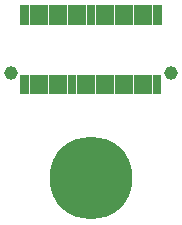
<source format=gbr>
G04 start of page 7 for group -4062 idx -4062 *
G04 Title: (unknown), soldermask *
G04 Creator: pcb 20110918 *
G04 CreationDate: Fri Nov 15 22:26:29 2013 UTC *
G04 For: fosse *
G04 Format: Gerber/RS-274X *
G04 PCB-Dimensions: 72000 152000 *
G04 PCB-Coordinate-Origin: lower left *
%MOIN*%
%FSLAX25Y25*%
%LNBOTTOMMASK*%
%ADD32R,0.0297X0.0297*%
%ADD31R,0.0297X0.0297*%
%ADD30R,0.0297X0.0297*%
%ADD29C,0.0454*%
%ADD28C,0.2760*%
G54D28*X36000Y58000D03*
G54D29*X62575Y93205D03*
X9425D03*
G54D30*X13953Y91039D02*Y87417D01*
G54D31*X13992Y114150D02*Y110527D01*
G54D30*X17102Y91039D02*Y87417D01*
X17142Y114149D02*Y110527D01*
G54D32*X20291Y114150D02*Y110526D01*
G54D30*X23441Y114149D02*Y110527D01*
X26590Y114149D02*Y110527D01*
G54D32*X29740Y114150D02*Y110526D01*
G54D31*X45448Y91040D02*Y87417D01*
X48598Y91040D02*Y87417D01*
G54D30*X51748Y91039D02*Y87417D01*
G54D31*X54897Y91040D02*Y87417D01*
G54D32*X36000Y91040D02*Y87416D01*
G54D30*X39150Y91039D02*Y87417D01*
X42299Y91039D02*Y87417D01*
G54D31*X58047Y91040D02*Y87417D01*
X20251Y91040D02*Y87417D01*
X23401Y91040D02*Y87417D01*
G54D30*X26551Y91039D02*Y87417D01*
G54D31*X29700Y91040D02*Y87417D01*
X32850Y91040D02*Y87417D01*
X36039Y114150D02*Y110527D01*
X39189Y114150D02*Y110527D01*
G54D30*X42339Y114149D02*Y110527D01*
G54D32*X45488Y114150D02*Y110526D01*
G54D30*X48638Y114149D02*Y110527D01*
X51787Y114149D02*Y110527D01*
G54D32*X54937Y114150D02*Y110526D01*
G54D30*X58087Y114149D02*Y110527D01*
X32890Y114149D02*Y110527D01*
M02*

</source>
